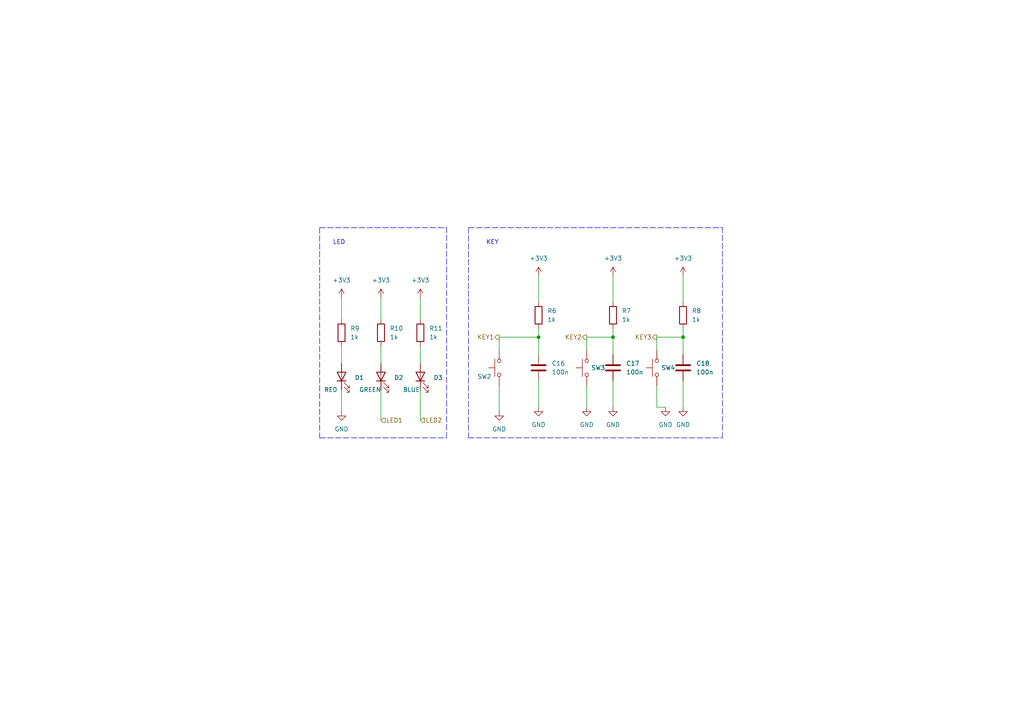
<source format=kicad_sch>
(kicad_sch (version 20211123) (generator eeschema)
  (paper "A4")
  (lib_symbols
    (symbol "Device:C" (pin_numbers hide) (pin_names (offset 0.254))
      (property "Reference" "C" (at 0.635 2.54 0))
      (property "Value" "C" (at 0.635 -2.54 0))
      (symbol "C_0_1"
        (polyline (pts (xy -2.032 -0.762) (xy 2.032 -0.762)) (stroke (width 0.508)))
        (polyline (pts (xy -2.032 0.762) (xy 2.032 0.762)) (stroke (width 0.508)))
      )
      (symbol "C_1_1"
        (pin passive line (at 0 3.81 270) (length 2.794) (name "~") (number "1"))
        (pin passive line (at 0 -3.81 90) (length 2.794) (name "~") (number "2"))
      )
    )
    (symbol "Device:LED" (pin_numbers hide) (pin_names (offset 1.016) hide)
      (property "Reference" "D" (at 0 2.54 0))
      (property "Value" "LED" (at 0 -2.54 0))
      (symbol "LED_0_1"
        (polyline (pts (xy -1.27 -1.27) (xy -1.27 1.27)) (stroke (width 0.254)))
        (polyline (pts (xy -1.27 0) (xy 1.27 0)))
        (polyline (pts (xy 1.27 -1.27) (xy 1.27 1.27) (xy -1.27 0) (xy 1.27 -1.27)) (stroke (width 0.254)))
        (polyline (pts (xy -3.048 -0.762) (xy -4.572 -2.286) (xy -3.81 -2.286) (xy -4.572 -2.286) (xy -4.572 -1.524)))
        (polyline (pts (xy -1.778 -0.762) (xy -3.302 -2.286) (xy -2.54 -2.286) (xy -3.302 -2.286) (xy -3.302 -1.524)))
      )
      (symbol "LED_1_1"
        (pin passive line (at -3.81 0 0) (length 2.54) (name "K") (number "1"))
        (pin passive line (at 3.81 0 180) (length 2.54) (name "A") (number "2"))
      )
    )
    (symbol "Device:R" (pin_numbers hide) (pin_names (offset 0))
      (property "Reference" "R" (at 2.032 0 90))
      (property "Value" "R" (at 0 0 90))
      (symbol "R_0_1"
        (rectangle (start -1.016 -2.54) (end 1.016 2.54) (stroke (width 0.254)))
      )
      (symbol "R_1_1"
        (pin passive line (at 0 3.81 270) (length 1.27) (name "~") (number "1"))
        (pin passive line (at 0 -3.81 90) (length 1.27) (name "~") (number "2"))
      )
    )
    (symbol "Switch:SW_Push" (pin_numbers hide) (pin_names (offset 1.016) hide)
      (property "Reference" "SW" (at 1.27 2.54 0))
      (property "Value" "SW_Push" (at 0 -1.524 0))
      (symbol "SW_Push_0_1"
        (circle (center -2.032 0) (radius 0.508))
        (polyline (pts (xy 0 1.27) (xy 0 3.048)))
        (polyline (pts (xy 2.54 1.27) (xy -2.54 1.27)))
        (circle (center 2.032 0) (radius 0.508))
        (pin passive line (at -5.08 0 0) (length 2.54) (name "1") (number "1"))
        (pin passive line (at 5.08 0 180) (length 2.54) (name "2") (number "2"))
      )
    )
    (symbol "power:+3V3" (power) (pin_names (offset 0))
      (property "Value" "+3V3" (at 0 3.556 0))
      (symbol "+3V3_0_1"
        (polyline (pts (xy -0.762 1.27) (xy 0 2.54)))
        (polyline (pts (xy 0 0) (xy 0 2.54)))
        (polyline (pts (xy 0 2.54) (xy 0.762 1.27)))
      )
      (symbol "+3V3_1_1"
        (pin power_in line (at 0 0 90) (length 0) hide (name "+3V3") (number "1"))
      )
    )
    (symbol "power:GND" (power) (pin_names (offset 0))
      (property "Value" "GND" (at 0 -3.81 0))
      (symbol "GND_0_1"
        (polyline (pts (xy 0 0) (xy 0 -1.27) (xy 1.27 -1.27) (xy 0 -2.54) (xy -1.27 -1.27) (xy 0 -1.27)))
      )
      (symbol "GND_1_1"
        (pin power_in line (at 0 0 270) (length 0) hide (name "GND") (number "1"))
      )
    )
  )
  (junction (at 177.8 97.79))
  (junction (at 198.12 97.79))
  (junction (at 156.21 97.79))
  (wire (pts (xy 198.12 110.49) (xy 198.12 118.11)))
  (wire (pts (xy 156.21 80.01) (xy 156.21 87.63)))
  (wire (pts (xy 99.06 113.03) (xy 99.06 119.38)))
  (wire (pts (xy 156.21 110.49) (xy 156.21 118.11)))
  (wire (pts (xy 177.8 80.01) (xy 177.8 87.63)))
  (wire (pts (xy 121.92 100.33) (xy 121.92 105.41)))
  (wire (pts (xy 144.78 97.79) (xy 144.78 101.6)))
  (polyline (pts (xy 135.89 66.04) (xy 209.55 66.04)))
  (wire (pts (xy 99.06 100.33) (xy 99.06 105.41)))
  (wire (pts (xy 177.8 97.79) (xy 177.8 102.87)))
  (wire (pts (xy 99.06 86.36) (xy 99.06 92.71)))
  (wire (pts (xy 156.21 97.79) (xy 156.21 102.87)))
  (wire (pts (xy 198.12 97.79) (xy 198.12 102.87)))
  (wire (pts (xy 177.8 97.79) (xy 170.18 97.79)))
  (wire (pts (xy 177.8 95.25) (xy 177.8 97.79)))
  (wire (pts (xy 156.21 97.79) (xy 144.78 97.79)))
  (wire (pts (xy 121.92 113.03) (xy 121.92 121.92)))
  (wire (pts (xy 156.21 95.25) (xy 156.21 97.79)))
  (wire (pts (xy 170.18 111.76) (xy 170.18 118.11)))
  (wire (pts (xy 190.5 118.11) (xy 193.04 118.11)))
  (wire (pts (xy 121.92 86.36) (xy 121.92 92.71)))
  (polyline (pts (xy 209.55 127) (xy 209.55 66.04)))
  (wire (pts (xy 144.78 111.76) (xy 144.78 119.38)))
  (polyline (pts (xy 135.89 66.04) (xy 135.89 127)))
  (wire (pts (xy 198.12 97.79) (xy 190.5 97.79)))
  (wire (pts (xy 170.18 97.79) (xy 170.18 101.6)))
  (polyline (pts (xy 92.71 66.04) (xy 129.54 66.04)))
  (wire (pts (xy 190.5 111.76) (xy 190.5 118.11)))
  (wire (pts (xy 177.8 110.49) (xy 177.8 118.11)))
  (polyline (pts (xy 92.71 66.04) (xy 92.71 127)))
  (wire (pts (xy 198.12 95.25) (xy 198.12 97.79)))
  (polyline (pts (xy 129.54 127) (xy 129.54 66.04)))
  (wire (pts (xy 110.49 100.33) (xy 110.49 105.41)))
  (polyline (pts (xy 135.89 127) (xy 209.55 127)))
  (wire (pts (xy 110.49 86.36) (xy 110.49 92.71)))
  (polyline (pts (xy 92.71 127) (xy 129.54 127)))
  (wire (pts (xy 198.12 80.01) (xy 198.12 87.63)))
  (wire (pts (xy 110.49 113.03) (xy 110.49 121.92)))
  (wire (pts (xy 190.5 97.79) (xy 190.5 101.6)))
  (text "KEY\n" (at 140.97 71.12 0) (effects (font (size 1.27 1.27)) (justify left bottom)))
  (text "LED" (at 96.52 71.12 0) (effects (font (size 1.27 1.27)) (justify left bottom)))
  (hierarchical_label "LED2" (shape input) (at 121.92 121.92 0))
  (hierarchical_label "LED1" (shape input) (at 110.49 121.92 0))
  (hierarchical_label "KEY3" (shape output) (at 190.5 97.79 180))
  (hierarchical_label "KEY1" (shape output) (at 144.78 97.79 180))
  (hierarchical_label "KEY2" (shape output) (at 170.18 97.79 180))
  (symbol (lib_id "power:GND") (at 144.78 119.38 0) (unit 1)
    (property "Reference" "#PWR0117" (effects hide))
    (property "Value" "GND" (at 144.78 124.46 0))
  )
  (symbol (lib_id "power:+3V3") (at 99.06 86.36 0) (unit 1)
    (property "Reference" "#PWR0105" (effects hide))
    (property "Value" "+3V3" (at 99.06 81.28 0))
  )
  (symbol (lib_id "Device:R") (at 198.12 91.44 0) (unit 1)
    (property "Reference" "R8" (at 200.66 90.1699 0) (effects (justify left)))
    (property "Value" "1k" (at 200.66 92.7099 0) (effects (justify left)))
    (property "Footprint" "R_0603_1608Metric" (effects hide))
  )
  (symbol (lib_id "Switch:SW_Push") (at 144.78 106.68 90) (unit 1)
    (property "Reference" "SW2" (at 138.43 109.22 90) (effects (justify right)))
    (property "Value" "SW_Push" (effects hide))
    (property "Footprint" "SW_Push_1P1T_NO_6x6mm_H9.5mm" (effects hide))
  )
  (symbol (lib_id "power:GND") (at 198.12 118.11 0) (unit 1)
    (property "Reference" "#PWR0109" (effects hide))
    (property "Value" "GND" (at 198.12 123.19 0))
  )
  (symbol (lib_id "Device:C") (at 177.8 106.68 0) (unit 1)
    (property "Reference" "C17" (at 181.61 105.4099 0) (effects (justify left)))
    (property "Value" "100n" (at 181.61 107.9499 0) (effects (justify left)))
    (property "Footprint" "C_0603_1608Metric" (effects hide))
  )
  (symbol (lib_id "Device:R") (at 99.06 96.52 0) (unit 1)
    (property "Reference" "R9" (at 101.6 95.2499 0) (effects (justify left)))
    (property "Value" "1k" (at 101.6 97.7899 0) (effects (justify left)))
    (property "Footprint" "R_0603_1608Metric" (effects hide))
  )
  (symbol (lib_id "Device:C") (at 156.21 106.68 0) (unit 1)
    (property "Reference" "C16" (at 160.02 105.4099 0) (effects (justify left)))
    (property "Value" "100n" (at 160.02 107.9499 0) (effects (justify left)))
    (property "Footprint" "C_0603_1608Metric" (effects hide))
  )
  (symbol (lib_id "power:GND") (at 99.06 119.38 0) (unit 1)
    (property "Reference" "#PWR0106" (effects hide))
    (property "Value" "GND" (at 99.06 124.46 0))
  )
  (symbol (lib_id "power:GND") (at 177.8 118.11 0) (unit 1)
    (property "Reference" "#PWR0116" (effects hide))
    (property "Value" "GND" (at 177.8 123.19 0))
  )
  (symbol (lib_id "Device:R") (at 177.8 91.44 0) (unit 1)
    (property "Reference" "R7" (at 180.34 90.1699 0) (effects (justify left)))
    (property "Value" "1k" (at 180.34 92.7099 0) (effects (justify left)))
    (property "Footprint" "R_0603_1608Metric" (effects hide))
  )
  (symbol (lib_id "power:+3V3") (at 156.21 80.01 0) (unit 1)
    (property "Reference" "#PWR0111" (effects hide))
    (property "Value" "+3V3" (at 156.21 74.93 0))
  )
  (symbol (lib_id "Device:R") (at 121.92 96.52 0) (unit 1)
    (property "Reference" "R11" (at 124.46 95.2499 0) (effects (justify left)))
    (property "Value" "1k" (at 124.46 97.7899 0) (effects (justify left)))
    (property "Footprint" "R_0603_1608Metric" (effects hide))
  )
  (symbol (lib_id "power:GND") (at 170.18 118.11 0) (unit 1)
    (property "Reference" "#PWR0115" (effects hide))
    (property "Value" "GND" (at 170.18 123.19 0))
  )
  (symbol (lib_id "power:GND") (at 193.04 118.11 0) (unit 1)
    (property "Reference" "#PWR0114" (effects hide))
    (property "Value" "GND" (at 193.04 123.19 0))
  )
  (symbol (lib_id "Switch:SW_Push") (at 190.5 106.68 90) (unit 1)
    (property "Reference" "SW4" (at 191.77 106.6799 90) (effects (justify right)))
    (property "Value" "SW_Push" (effects hide))
    (property "Footprint" "SW_Push_1P1T_NO_6x6mm_H9.5mm" (effects hide))
  )
  (symbol (lib_id "Switch:SW_Push") (at 170.18 106.68 90) (unit 1)
    (property "Reference" "SW3" (at 171.45 106.6799 90) (effects (justify right)))
    (property "Value" "SW_Push" (effects hide))
    (property "Footprint" "SW_Push_1P1T_NO_6x6mm_H9.5mm" (effects hide))
  )
  (symbol (lib_id "power:+3V3") (at 110.49 86.36 0) (unit 1)
    (property "Reference" "#PWR0108" (effects hide))
    (property "Value" "+3V3" (at 110.49 81.28 0))
  )
  (symbol (lib_id "Device:LED") (at 99.06 109.22 90) (unit 1)
    (property "Reference" "D1" (at 102.87 109.5374 90) (effects (justify right)))
    (property "Value" "RED" (at 93.98 113.03 90) (effects (justify right)))
    (property "Footprint" "LED_0603_1608Metric" (effects hide))
  )
  (symbol (lib_id "power:+3V3") (at 177.8 80.01 0) (unit 1)
    (property "Reference" "#PWR0112" (effects hide))
    (property "Value" "+3V3" (at 177.8 74.93 0))
  )
  (symbol (lib_id "power:GND") (at 156.21 118.11 0) (unit 1)
    (property "Reference" "#PWR0113" (effects hide))
    (property "Value" "GND" (at 156.21 123.19 0))
  )
  (symbol (lib_id "Device:LED") (at 121.92 109.22 90) (unit 1)
    (property "Reference" "D3" (at 125.73 109.5374 90) (effects (justify right)))
    (property "Value" "BLUE" (at 116.84 113.03 90) (effects (justify right)))
    (property "Footprint" "LED_0603_1608Metric" (effects hide))
  )
  (symbol (lib_id "Device:R") (at 110.49 96.52 0) (unit 1)
    (property "Reference" "R10" (at 113.03 95.2499 0) (effects (justify left)))
    (property "Value" "1k" (at 113.03 97.7899 0) (effects (justify left)))
    (property "Footprint" "R_0603_1608Metric" (effects hide))
  )
  (symbol (lib_id "power:+3V3") (at 198.12 80.01 0) (unit 1)
    (property "Reference" "#PWR0110" (effects hide))
    (property "Value" "+3V3" (at 198.12 74.93 0))
  )
  (symbol (lib_id "Device:LED") (at 110.49 109.22 90) (unit 1)
    (property "Reference" "D2" (at 114.3 109.5374 90) (effects (justify right)))
    (property "Value" "GREEN" (at 104.14 113.03 90) (effects (justify right)))
    (property "Footprint" "LED_0603_1608Metric" (effects hide))
  )
  (symbol (lib_id "power:+3V3") (at 121.92 86.36 0) (unit 1)
    (property "Reference" "#PWR0107" (effects hide))
    (property "Value" "+3V3" (at 121.92 81.28 0))
  )
  (symbol (lib_id "Device:C") (at 198.12 106.68 0) (unit 1)
    (property "Reference" "C18" (at 201.93 105.4099 0) (effects (justify left)))
    (property "Value" "100n" (at 201.93 107.9499 0) (effects (justify left)))
    (property "Footprint" "C_0603_1608Metric" (effects hide))
  )
  (symbol (lib_id "Device:R") (at 156.21 91.44 0) (unit 1)
    (property "Reference" "R6" (at 158.75 90.1699 0) (effects (justify left)))
    (property "Value" "1k" (at 158.75 92.7099 0) (effects (justify left)))
    (property "Footprint" "R_0603_1608Metric" (effects hide))
  )
)
</source>
